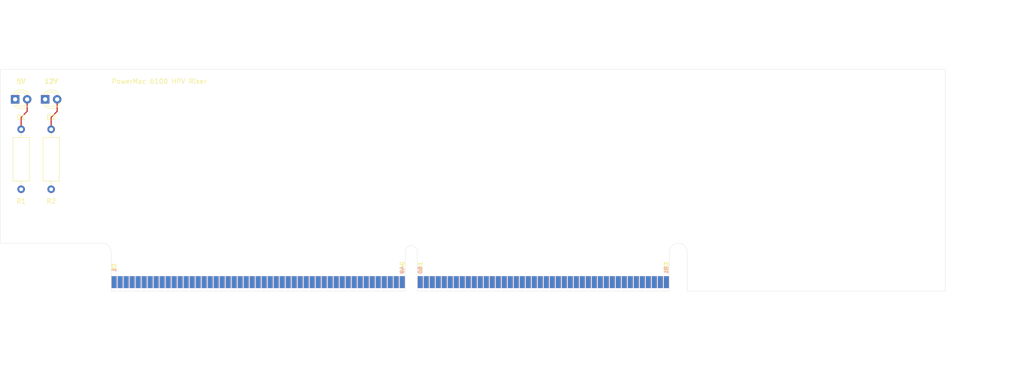
<source format=kicad_pcb>
(kicad_pcb (version 20171130) (host pcbnew "(5.1.5-0-10_14)")

  (general
    (thickness 1.6)
    (drawings 21)
    (tracks 6)
    (zones 0)
    (modules 5)
    (nets 6)
  )

  (page A4)
  (layers
    (0 F.Cu signal)
    (31 B.Cu signal)
    (34 B.Paste user)
    (35 F.Paste user)
    (36 B.SilkS user)
    (37 F.SilkS user)
    (38 B.Mask user)
    (39 F.Mask user)
    (40 Dwgs.User user)
    (44 Edge.Cuts user)
    (45 Margin user)
    (46 B.CrtYd user)
    (47 F.CrtYd user)
    (48 B.Fab user)
    (49 F.Fab user)
  )

  (setup
    (last_trace_width 0.25)
    (trace_clearance 0.2)
    (zone_clearance 0.508)
    (zone_45_only no)
    (trace_min 0.2)
    (via_size 0.8)
    (via_drill 0.4)
    (via_min_size 0.4)
    (via_min_drill 0.3)
    (uvia_size 0.3)
    (uvia_drill 0.1)
    (uvias_allowed no)
    (uvia_min_size 0.2)
    (uvia_min_drill 0.1)
    (edge_width 0.05)
    (segment_width 0.2)
    (pcb_text_width 0.3)
    (pcb_text_size 1.5 1.5)
    (mod_edge_width 0.12)
    (mod_text_size 1 1)
    (mod_text_width 0.15)
    (pad_size 1.524 1.524)
    (pad_drill 0.762)
    (pad_to_mask_clearance 0.051)
    (solder_mask_min_width 0.25)
    (aux_axis_origin 0 0)
    (visible_elements FFFFFF7F)
    (pcbplotparams
      (layerselection 0x010fc_ffffffff)
      (usegerberextensions false)
      (usegerberattributes true)
      (usegerberadvancedattributes false)
      (creategerberjobfile false)
      (excludeedgelayer true)
      (linewidth 0.100000)
      (plotframeref false)
      (viasonmask false)
      (mode 1)
      (useauxorigin false)
      (hpglpennumber 1)
      (hpglpenspeed 20)
      (hpglpendiameter 15.000000)
      (psnegative false)
      (psa4output false)
      (plotreference true)
      (plotvalue true)
      (plotinvisibletext false)
      (padsonsilk false)
      (subtractmaskfromsilk false)
      (outputformat 1)
      (mirror false)
      (drillshape 0)
      (scaleselection 1)
      (outputdirectory "./"))
  )

  (net 0 "")
  (net 1 +5V)
  (net 2 GND)
  (net 3 +12V)
  (net 4 "Net-(D1-Pad2)")
  (net 5 "Net-(D2-Pad2)")

  (net_class Default "Ceci est la Netclass par défaut."
    (clearance 0.2)
    (trace_width 0.25)
    (via_dia 0.8)
    (via_drill 0.4)
    (uvia_dia 0.3)
    (uvia_drill 0.1)
    (add_net +12V)
    (add_net +5V)
    (add_net GND)
    (add_net "Net-(D1-Pad2)")
    (add_net "Net-(D2-Pad2)")
  )

  (net_class GND ""
    (clearance 0.2)
    (trace_width 1)
    (via_dia 0.8)
    (via_drill 0.4)
    (uvia_dia 0.3)
    (uvia_drill 0.1)
  )

  (module Connector_Apple:PowerMac_PDS (layer F.Cu) (tedit 5EB1EDAE) (tstamp 5EB24349)
    (at 135.255 95.885)
    (path /5EB69B9C)
    (fp_text reference J1 (at 0 -5.08) (layer F.SilkS) hide
      (effects (font (size 1 1) (thickness 0.15)))
    )
    (fp_text value PowerMac_PDS (at -9.525 -3.04) (layer F.Fab)
      (effects (font (size 1 1) (thickness 0.15)))
    )
    (fp_text user 91 (at 58.42 -2.54 90) (layer B.SilkS)
      (effects (font (size 0.8 0.8) (thickness 0.2)) (justify mirror))
    )
    (fp_text user 50 (at 6.35 -2.54 90) (layer B.SilkS)
      (effects (font (size 0.8 0.8) (thickness 0.2)) (justify mirror))
    )
    (fp_text user 49 (at 2.54 -2.54 90) (layer B.SilkS)
      (effects (font (size 0.8 0.8) (thickness 0.2)) (justify mirror))
    )
    (fp_text user 1 (at -58.42 -2.54 90) (layer B.SilkS)
      (effects (font (size 0.8 0.8) (thickness 0.2)) (justify mirror))
    )
    (fp_text user 182 (at 58.42 -3.175 90) (layer F.SilkS)
      (effects (font (size 0.8 0.8) (thickness 0.2)))
    )
    (fp_text user 141 (at 6.35 -3.175 90) (layer F.SilkS)
      (effects (font (size 0.8 0.8) (thickness 0.2)))
    )
    (fp_text user 140 (at 2.54 -3.175 90) (layer F.SilkS)
      (effects (font (size 0.8 0.8) (thickness 0.2)))
    )
    (fp_text user 92 (at -58.42 -3.175 90) (layer F.SilkS)
      (effects (font (size 0.8 0.8) (thickness 0.2)))
    )
    (pad 91 connect rect (at 58.42 0) (size 1.04 2.54) (layers B.Cu B.Mask)
      (net 1 +5V))
    (pad 90 connect rect (at 57.15 0) (size 1.04 2.54) (layers B.Cu B.Mask)
      (net 2 GND))
    (pad 89 connect rect (at 55.88 0) (size 1.04 2.54) (layers B.Cu B.Mask))
    (pad 88 connect rect (at 54.61 0) (size 1.04 2.54) (layers B.Cu B.Mask)
      (net 2 GND))
    (pad 87 connect rect (at 53.34 0) (size 1.04 2.54) (layers B.Cu B.Mask))
    (pad 86 connect rect (at 52.07 0) (size 1.04 2.54) (layers B.Cu B.Mask)
      (net 1 +5V))
    (pad 85 connect rect (at 50.8 0) (size 1.04 2.54) (layers B.Cu B.Mask)
      (net 2 GND))
    (pad 84 connect rect (at 49.53 0) (size 1.04 2.54) (layers B.Cu B.Mask))
    (pad 83 connect rect (at 48.26 0) (size 1.04 2.54) (layers B.Cu B.Mask))
    (pad 82 connect rect (at 46.99 0) (size 1.04 2.54) (layers B.Cu B.Mask))
    (pad 81 connect rect (at 45.72 0) (size 1.04 2.54) (layers B.Cu B.Mask))
    (pad 80 connect rect (at 44.45 0) (size 1.04 2.54) (layers B.Cu B.Mask)
      (net 2 GND))
    (pad 79 connect rect (at 43.18 0) (size 1.04 2.54) (layers B.Cu B.Mask))
    (pad 78 connect rect (at 41.91 0) (size 1.04 2.54) (layers B.Cu B.Mask))
    (pad 77 connect rect (at 40.64 0) (size 1.04 2.54) (layers B.Cu B.Mask))
    (pad 76 connect rect (at 39.37 0) (size 1.04 2.54) (layers B.Cu B.Mask))
    (pad 75 connect rect (at 38.1 0) (size 1.04 2.54) (layers B.Cu B.Mask)
      (net 1 +5V))
    (pad 74 connect rect (at 36.83 0) (size 1.04 2.54) (layers B.Cu B.Mask))
    (pad 73 connect rect (at 35.56 0) (size 1.04 2.54) (layers B.Cu B.Mask))
    (pad 72 connect rect (at 34.29 0) (size 1.04 2.54) (layers B.Cu B.Mask))
    (pad 71 connect rect (at 33.02 0) (size 1.04 2.54) (layers B.Cu B.Mask))
    (pad 70 connect rect (at 31.75 0) (size 1.04 2.54) (layers B.Cu B.Mask))
    (pad 69 connect rect (at 30.48 0) (size 1.04 2.54) (layers B.Cu B.Mask)
      (net 2 GND))
    (pad 68 connect rect (at 29.21 0) (size 1.04 2.54) (layers B.Cu B.Mask))
    (pad 67 connect rect (at 27.94 0) (size 1.04 2.54) (layers B.Cu B.Mask))
    (pad 66 connect rect (at 26.67 0) (size 1.04 2.54) (layers B.Cu B.Mask))
    (pad 65 connect rect (at 25.4 0) (size 1.04 2.54) (layers B.Cu B.Mask))
    (pad 64 connect rect (at 24.13 0) (size 1.04 2.54) (layers B.Cu B.Mask)
      (net 2 GND))
    (pad 63 connect rect (at 22.86 0) (size 1.04 2.54) (layers B.Cu B.Mask))
    (pad 62 connect rect (at 21.59 0) (size 1.04 2.54) (layers B.Cu B.Mask))
    (pad 61 connect rect (at 20.32 0) (size 1.04 2.54) (layers B.Cu B.Mask))
    (pad 60 connect rect (at 19.05 0) (size 1.04 2.54) (layers B.Cu B.Mask))
    (pad 59 connect rect (at 17.78 0) (size 1.04 2.54) (layers B.Cu B.Mask)
      (net 1 +5V))
    (pad 58 connect rect (at 16.51 0) (size 1.04 2.54) (layers B.Cu B.Mask))
    (pad 57 connect rect (at 15.24 0) (size 1.04 2.54) (layers B.Cu B.Mask))
    (pad 56 connect rect (at 13.97 0) (size 1.04 2.54) (layers B.Cu B.Mask))
    (pad 55 connect rect (at 12.7 0) (size 1.04 2.54) (layers B.Cu B.Mask))
    (pad 54 connect rect (at 11.43 0) (size 1.04 2.54) (layers B.Cu B.Mask))
    (pad 53 connect rect (at 10.16 0) (size 1.04 2.54) (layers B.Cu B.Mask))
    (pad 52 connect rect (at 8.89 0) (size 1.04 2.54) (layers B.Cu B.Mask))
    (pad 51 connect rect (at 7.62 0) (size 1.04 2.54) (layers B.Cu B.Mask))
    (pad 50 connect rect (at 6.35 0) (size 1.04 2.54) (layers B.Cu B.Mask)
      (net 2 GND))
    (pad 49 connect rect (at 2.54 0) (size 1.04 2.54) (layers B.Cu B.Mask))
    (pad 48 connect rect (at 1.27 0) (size 1.04 2.54) (layers B.Cu B.Mask))
    (pad 47 connect rect (at 0 0) (size 1.04 2.54) (layers B.Cu B.Mask))
    (pad 46 connect rect (at -1.27 0) (size 1.04 2.54) (layers B.Cu B.Mask))
    (pad 45 connect rect (at -2.54 0) (size 1.04 2.54) (layers B.Cu B.Mask)
      (net 1 +5V))
    (pad 44 connect rect (at -3.81 0) (size 1.04 2.54) (layers B.Cu B.Mask))
    (pad 43 connect rect (at -5.08 0) (size 1.04 2.54) (layers B.Cu B.Mask))
    (pad 42 connect rect (at -6.35 0) (size 1.04 2.54) (layers B.Cu B.Mask))
    (pad 41 connect rect (at -7.62 0) (size 1.04 2.54) (layers B.Cu B.Mask))
    (pad 40 connect rect (at -8.89 0) (size 1.04 2.54) (layers B.Cu B.Mask))
    (pad 39 connect rect (at -10.16 0) (size 1.04 2.54) (layers B.Cu B.Mask)
      (net 2 GND))
    (pad 38 connect rect (at -11.43 0) (size 1.04 2.54) (layers B.Cu B.Mask))
    (pad 37 connect rect (at -12.7 0) (size 1.04 2.54) (layers B.Cu B.Mask))
    (pad 36 connect rect (at -13.97 0) (size 1.04 2.54) (layers B.Cu B.Mask))
    (pad 35 connect rect (at -15.24 0) (size 1.04 2.54) (layers B.Cu B.Mask))
    (pad 34 connect rect (at -16.51 0) (size 1.04 2.54) (layers B.Cu B.Mask))
    (pad 33 connect rect (at -17.78 0) (size 1.04 2.54) (layers B.Cu B.Mask))
    (pad 32 connect rect (at -19.05 0) (size 1.04 2.54) (layers B.Cu B.Mask)
      (net 1 +5V))
    (pad 31 connect rect (at -20.32 0) (size 1.04 2.54) (layers B.Cu B.Mask))
    (pad 30 connect rect (at -21.59 0) (size 1.04 2.54) (layers B.Cu B.Mask))
    (pad 29 connect rect (at -22.86 0) (size 1.04 2.54) (layers B.Cu B.Mask))
    (pad 28 connect rect (at -24.13 0) (size 1.04 2.54) (layers B.Cu B.Mask))
    (pad 27 connect rect (at -25.4 0) (size 1.04 2.54) (layers B.Cu B.Mask)
      (net 2 GND))
    (pad 26 connect rect (at -26.67 0) (size 1.04 2.54) (layers B.Cu B.Mask))
    (pad 25 connect rect (at -27.94 0) (size 1.04 2.54) (layers B.Cu B.Mask))
    (pad 24 connect rect (at -29.21 0) (size 1.04 2.54) (layers B.Cu B.Mask))
    (pad 23 connect rect (at -30.48 0) (size 1.04 2.54) (layers B.Cu B.Mask))
    (pad 22 connect rect (at -31.75 0) (size 1.04 2.54) (layers B.Cu B.Mask)
      (net 2 GND))
    (pad 21 connect rect (at -33.02 0) (size 1.04 2.54) (layers B.Cu B.Mask))
    (pad 20 connect rect (at -34.29 0) (size 1.04 2.54) (layers B.Cu B.Mask))
    (pad 19 connect rect (at -35.56 0) (size 1.04 2.54) (layers B.Cu B.Mask))
    (pad 18 connect rect (at -36.83 0) (size 1.04 2.54) (layers B.Cu B.Mask))
    (pad 17 connect rect (at -38.1 0) (size 1.04 2.54) (layers B.Cu B.Mask))
    (pad 16 connect rect (at -39.37 0) (size 1.04 2.54) (layers B.Cu B.Mask)
      (net 1 +5V))
    (pad 15 connect rect (at -40.64 0) (size 1.04 2.54) (layers B.Cu B.Mask))
    (pad 14 connect rect (at -41.91 0) (size 1.04 2.54) (layers B.Cu B.Mask))
    (pad 13 connect rect (at -43.18 0) (size 1.04 2.54) (layers B.Cu B.Mask))
    (pad 12 connect rect (at -44.45 0) (size 1.04 2.54) (layers B.Cu B.Mask))
    (pad 11 connect rect (at -45.72 0) (size 1.04 2.54) (layers B.Cu B.Mask)
      (net 2 GND))
    (pad 10 connect rect (at -46.99 0) (size 1.04 2.54) (layers B.Cu B.Mask))
    (pad 9 connect rect (at -48.26 0) (size 1.04 2.54) (layers B.Cu B.Mask))
    (pad 8 connect rect (at -49.53 0) (size 1.04 2.54) (layers B.Cu B.Mask))
    (pad 7 connect rect (at -50.8 0) (size 1.04 2.54) (layers B.Cu B.Mask))
    (pad 6 connect rect (at -52.07 0) (size 1.04 2.54) (layers B.Cu B.Mask)
      (net 2 GND))
    (pad 5 connect rect (at -53.34 0) (size 1.04 2.54) (layers B.Cu B.Mask))
    (pad 4 connect rect (at -54.61 0) (size 1.04 2.54) (layers B.Cu B.Mask))
    (pad 3 connect rect (at -55.88 0) (size 1.04 2.54) (layers B.Cu B.Mask))
    (pad 2 connect rect (at -57.15 0) (size 1.04 2.54) (layers B.Cu B.Mask)
      (net 2 GND))
    (pad 1 connect rect (at -58.42 0) (size 1.04 2.54) (layers B.Cu B.Mask)
      (net 1 +5V))
    (pad 182 connect rect (at 58.42 0) (size 1.04 2.54) (layers F.Cu F.Mask)
      (net 1 +5V))
    (pad 181 connect rect (at 57.15 0) (size 1.04 2.54) (layers F.Cu F.Mask)
      (net 2 GND))
    (pad 180 connect rect (at 55.88 0) (size 1.04 2.54) (layers F.Cu F.Mask))
    (pad 179 connect rect (at 54.61 0) (size 1.04 2.54) (layers F.Cu F.Mask))
    (pad 178 connect rect (at 53.34 0) (size 1.04 2.54) (layers F.Cu F.Mask))
    (pad 177 connect rect (at 52.07 0) (size 1.04 2.54) (layers F.Cu F.Mask)
      (net 1 +5V))
    (pad 176 connect rect (at 50.8 0) (size 1.04 2.54) (layers F.Cu F.Mask)
      (net 2 GND))
    (pad 175 connect rect (at 49.53 0) (size 1.04 2.54) (layers F.Cu F.Mask))
    (pad 174 connect rect (at 48.26 0) (size 1.04 2.54) (layers F.Cu F.Mask))
    (pad 173 connect rect (at 46.99 0) (size 1.04 2.54) (layers F.Cu F.Mask))
    (pad 172 connect rect (at 45.72 0) (size 1.04 2.54) (layers F.Cu F.Mask))
    (pad 171 connect rect (at 44.45 0) (size 1.04 2.54) (layers F.Cu F.Mask)
      (net 2 GND))
    (pad 170 connect rect (at 43.18 0) (size 1.04 2.54) (layers F.Cu F.Mask))
    (pad 169 connect rect (at 41.91 0) (size 1.04 2.54) (layers F.Cu F.Mask))
    (pad 168 connect rect (at 40.64 0) (size 1.04 2.54) (layers F.Cu F.Mask))
    (pad 167 connect rect (at 39.37 0) (size 1.04 2.54) (layers F.Cu F.Mask))
    (pad 166 connect rect (at 38.1 0) (size 1.04 2.54) (layers F.Cu F.Mask)
      (net 1 +5V))
    (pad 165 connect rect (at 36.83 0) (size 1.04 2.54) (layers F.Cu F.Mask))
    (pad 164 connect rect (at 35.56 0) (size 1.04 2.54) (layers F.Cu F.Mask))
    (pad 163 connect rect (at 34.29 0) (size 1.04 2.54) (layers F.Cu F.Mask))
    (pad 162 connect rect (at 33.02 0) (size 1.04 2.54) (layers F.Cu F.Mask))
    (pad 161 connect rect (at 31.75 0) (size 1.04 2.54) (layers F.Cu F.Mask))
    (pad 160 connect rect (at 30.48 0) (size 1.04 2.54) (layers F.Cu F.Mask)
      (net 2 GND))
    (pad 159 connect rect (at 29.21 0) (size 1.04 2.54) (layers F.Cu F.Mask))
    (pad 158 connect rect (at 27.94 0) (size 1.04 2.54) (layers F.Cu F.Mask))
    (pad 157 connect rect (at 26.67 0) (size 1.04 2.54) (layers F.Cu F.Mask))
    (pad 156 connect rect (at 25.4 0) (size 1.04 2.54) (layers F.Cu F.Mask))
    (pad 155 connect rect (at 24.13 0) (size 1.04 2.54) (layers F.Cu F.Mask)
      (net 2 GND))
    (pad 154 connect rect (at 22.86 0) (size 1.04 2.54) (layers F.Cu F.Mask))
    (pad 153 connect rect (at 21.59 0) (size 1.04 2.54) (layers F.Cu F.Mask))
    (pad 152 connect rect (at 20.32 0) (size 1.04 2.54) (layers F.Cu F.Mask))
    (pad 151 connect rect (at 19.05 0) (size 1.04 2.54) (layers F.Cu F.Mask))
    (pad 150 connect rect (at 17.78 0) (size 1.04 2.54) (layers F.Cu F.Mask)
      (net 1 +5V))
    (pad 149 connect rect (at 16.51 0) (size 1.04 2.54) (layers F.Cu F.Mask))
    (pad 148 connect rect (at 15.24 0) (size 1.04 2.54) (layers F.Cu F.Mask))
    (pad 147 connect rect (at 13.97 0) (size 1.04 2.54) (layers F.Cu F.Mask))
    (pad 146 connect rect (at 12.7 0) (size 1.04 2.54) (layers F.Cu F.Mask))
    (pad 145 connect rect (at 11.43 0) (size 1.04 2.54) (layers F.Cu F.Mask))
    (pad 144 connect rect (at 10.16 0) (size 1.04 2.54) (layers F.Cu F.Mask))
    (pad 143 connect rect (at 8.89 0) (size 1.04 2.54) (layers F.Cu F.Mask))
    (pad 142 connect rect (at 7.62 0) (size 1.04 2.54) (layers F.Cu F.Mask))
    (pad 141 connect rect (at 6.35 0) (size 1.04 2.54) (layers F.Cu F.Mask)
      (net 2 GND))
    (pad 140 connect rect (at 2.54 0) (size 1.04 2.54) (layers F.Cu F.Mask))
    (pad 139 connect rect (at 1.27 0) (size 1.04 2.54) (layers F.Cu F.Mask))
    (pad 138 connect rect (at 0 0) (size 1.04 2.54) (layers F.Cu F.Mask))
    (pad 137 connect rect (at -1.27 0) (size 1.04 2.54) (layers F.Cu F.Mask))
    (pad 136 connect rect (at -2.54 0) (size 1.04 2.54) (layers F.Cu F.Mask)
      (net 1 +5V))
    (pad 135 connect rect (at -3.81 0) (size 1.04 2.54) (layers F.Cu F.Mask))
    (pad 134 connect rect (at -5.08 0) (size 1.04 2.54) (layers F.Cu F.Mask))
    (pad 133 connect rect (at -6.35 0) (size 1.04 2.54) (layers F.Cu F.Mask))
    (pad 132 connect rect (at -7.62 0) (size 1.04 2.54) (layers F.Cu F.Mask))
    (pad 131 connect rect (at -8.89 0) (size 1.04 2.54) (layers F.Cu F.Mask))
    (pad 130 connect rect (at -10.16 0) (size 1.04 2.54) (layers F.Cu F.Mask)
      (net 2 GND))
    (pad 129 connect rect (at -11.43 0) (size 1.04 2.54) (layers F.Cu F.Mask))
    (pad 128 connect rect (at -12.7 0) (size 1.04 2.54) (layers F.Cu F.Mask))
    (pad 127 connect rect (at -13.97 0) (size 1.04 2.54) (layers F.Cu F.Mask))
    (pad 126 connect rect (at -15.24 0) (size 1.04 2.54) (layers F.Cu F.Mask))
    (pad 125 connect rect (at -16.51 0) (size 1.04 2.54) (layers F.Cu F.Mask))
    (pad 124 connect rect (at -17.78 0) (size 1.04 2.54) (layers F.Cu F.Mask))
    (pad 123 connect rect (at -19.05 0) (size 1.04 2.54) (layers F.Cu F.Mask)
      (net 1 +5V))
    (pad 122 connect rect (at -20.32 0) (size 1.04 2.54) (layers F.Cu F.Mask))
    (pad 121 connect rect (at -21.59 0) (size 1.04 2.54) (layers F.Cu F.Mask))
    (pad 120 connect rect (at -22.86 0) (size 1.04 2.54) (layers F.Cu F.Mask))
    (pad 119 connect rect (at -24.13 0) (size 1.04 2.54) (layers F.Cu F.Mask))
    (pad 118 connect rect (at -25.4 0) (size 1.04 2.54) (layers F.Cu F.Mask)
      (net 2 GND))
    (pad 117 connect rect (at -26.67 0) (size 1.04 2.54) (layers F.Cu F.Mask))
    (pad 116 connect rect (at -27.94 0) (size 1.04 2.54) (layers F.Cu F.Mask))
    (pad 115 connect rect (at -29.21 0) (size 1.04 2.54) (layers F.Cu F.Mask))
    (pad 114 connect rect (at -30.48 0) (size 1.04 2.54) (layers F.Cu F.Mask))
    (pad 113 connect rect (at -31.75 0) (size 1.04 2.54) (layers F.Cu F.Mask)
      (net 2 GND))
    (pad 112 connect rect (at -33.02 0) (size 1.04 2.54) (layers F.Cu F.Mask))
    (pad 111 connect rect (at -34.29 0) (size 1.04 2.54) (layers F.Cu F.Mask))
    (pad 110 connect rect (at -35.56 0) (size 1.04 2.54) (layers F.Cu F.Mask))
    (pad 109 connect rect (at -36.83 0) (size 1.04 2.54) (layers F.Cu F.Mask))
    (pad 108 connect rect (at -38.1 0) (size 1.04 2.54) (layers F.Cu F.Mask))
    (pad 107 connect rect (at -39.37 0) (size 1.04 2.54) (layers F.Cu F.Mask)
      (net 1 +5V))
    (pad 106 connect rect (at -40.64 0) (size 1.04 2.54) (layers F.Cu F.Mask))
    (pad 105 connect rect (at -41.91 0) (size 1.04 2.54) (layers F.Cu F.Mask))
    (pad 104 connect rect (at -43.18 0) (size 1.04 2.54) (layers F.Cu F.Mask))
    (pad 103 connect rect (at -44.45 0) (size 1.04 2.54) (layers F.Cu F.Mask))
    (pad 102 connect rect (at -45.72 0) (size 1.04 2.54) (layers F.Cu F.Mask)
      (net 2 GND))
    (pad 101 connect rect (at -46.99 0) (size 1.04 2.54) (layers F.Cu F.Mask))
    (pad 100 connect rect (at -48.26 0) (size 1.04 2.54) (layers F.Cu F.Mask))
    (pad 99 connect rect (at -49.53 0) (size 1.04 2.54) (layers F.Cu F.Mask))
    (pad 98 connect rect (at -50.8 0) (size 1.04 2.54) (layers F.Cu F.Mask))
    (pad 97 connect rect (at -52.07 0) (size 1.04 2.54) (layers F.Cu F.Mask)
      (net 2 GND))
    (pad 96 connect rect (at -53.34 0) (size 1.04 2.54) (layers F.Cu F.Mask))
    (pad 95 connect rect (at -54.61 0) (size 1.04 2.54) (layers F.Cu F.Mask)
      (net 3 +12V))
    (pad 94 connect rect (at -55.88 0) (size 1.04 2.54) (layers F.Cu F.Mask)
      (net 3 +12V))
    (pad 93 connect rect (at -57.15 0) (size 1.04 2.54) (layers F.Cu F.Mask)
      (net 2 GND))
    (pad 92 connect rect (at -58.42 0) (size 1.04 2.54) (layers F.Cu F.Mask)
      (net 1 +5V))
  )

  (module LED_THT:LED_D3.0mm (layer F.Cu) (tedit 587A3A7B) (tstamp 5EB250A8)
    (at 55.88 57.15)
    (descr "LED, diameter 3.0mm, 2 pins")
    (tags "LED diameter 3.0mm 2 pins")
    (path /5EB27901)
    (fp_text reference D1 (at 1.27 3.81) (layer F.SilkS)
      (effects (font (size 1 1) (thickness 0.15)))
    )
    (fp_text value "LED 5V" (at 1.27 2.96) (layer F.Fab)
      (effects (font (size 1 1) (thickness 0.15)))
    )
    (fp_line (start 3.7 -2.25) (end -1.15 -2.25) (layer F.CrtYd) (width 0.05))
    (fp_line (start 3.7 2.25) (end 3.7 -2.25) (layer F.CrtYd) (width 0.05))
    (fp_line (start -1.15 2.25) (end 3.7 2.25) (layer F.CrtYd) (width 0.05))
    (fp_line (start -1.15 -2.25) (end -1.15 2.25) (layer F.CrtYd) (width 0.05))
    (fp_line (start -0.29 1.08) (end -0.29 1.236) (layer F.SilkS) (width 0.12))
    (fp_line (start -0.29 -1.236) (end -0.29 -1.08) (layer F.SilkS) (width 0.12))
    (fp_line (start -0.23 -1.16619) (end -0.23 1.16619) (layer F.Fab) (width 0.1))
    (fp_circle (center 1.27 0) (end 2.77 0) (layer F.Fab) (width 0.1))
    (fp_arc (start 1.27 0) (end 0.229039 1.08) (angle -87.9) (layer F.SilkS) (width 0.12))
    (fp_arc (start 1.27 0) (end 0.229039 -1.08) (angle 87.9) (layer F.SilkS) (width 0.12))
    (fp_arc (start 1.27 0) (end -0.29 1.235516) (angle -108.8) (layer F.SilkS) (width 0.12))
    (fp_arc (start 1.27 0) (end -0.29 -1.235516) (angle 108.8) (layer F.SilkS) (width 0.12))
    (fp_arc (start 1.27 0) (end -0.23 -1.16619) (angle 284.3) (layer F.Fab) (width 0.1))
    (pad 2 thru_hole circle (at 2.54 0) (size 1.8 1.8) (drill 0.9) (layers *.Cu *.Mask)
      (net 4 "Net-(D1-Pad2)"))
    (pad 1 thru_hole rect (at 0 0) (size 1.8 1.8) (drill 0.9) (layers *.Cu *.Mask)
      (net 2 GND))
    (model ${KISYS3DMOD}/LED_THT.3dshapes/LED_D3.0mm.wrl
      (at (xyz 0 0 0))
      (scale (xyz 1 1 1))
      (rotate (xyz 0 0 0))
    )
  )

  (module LED_THT:LED_D3.0mm (layer F.Cu) (tedit 587A3A7B) (tstamp 5EB24F90)
    (at 62.23 57.15)
    (descr "LED, diameter 3.0mm, 2 pins")
    (tags "LED diameter 3.0mm 2 pins")
    (path /5EB2FEF5)
    (fp_text reference D2 (at 1.27 3.81) (layer F.SilkS)
      (effects (font (size 1 1) (thickness 0.15)))
    )
    (fp_text value "LED 12V" (at 1.27 2.96) (layer F.Fab)
      (effects (font (size 1 1) (thickness 0.15)))
    )
    (fp_line (start 3.7 -2.25) (end -1.15 -2.25) (layer F.CrtYd) (width 0.05))
    (fp_line (start 3.7 2.25) (end 3.7 -2.25) (layer F.CrtYd) (width 0.05))
    (fp_line (start -1.15 2.25) (end 3.7 2.25) (layer F.CrtYd) (width 0.05))
    (fp_line (start -1.15 -2.25) (end -1.15 2.25) (layer F.CrtYd) (width 0.05))
    (fp_line (start -0.29 1.08) (end -0.29 1.236) (layer F.SilkS) (width 0.12))
    (fp_line (start -0.29 -1.236) (end -0.29 -1.08) (layer F.SilkS) (width 0.12))
    (fp_line (start -0.23 -1.16619) (end -0.23 1.16619) (layer F.Fab) (width 0.1))
    (fp_circle (center 1.27 0) (end 2.77 0) (layer F.Fab) (width 0.1))
    (fp_arc (start 1.27 0) (end 0.229039 1.08) (angle -87.9) (layer F.SilkS) (width 0.12))
    (fp_arc (start 1.27 0) (end 0.229039 -1.08) (angle 87.9) (layer F.SilkS) (width 0.12))
    (fp_arc (start 1.27 0) (end -0.29 1.235516) (angle -108.8) (layer F.SilkS) (width 0.12))
    (fp_arc (start 1.27 0) (end -0.29 -1.235516) (angle 108.8) (layer F.SilkS) (width 0.12))
    (fp_arc (start 1.27 0) (end -0.23 -1.16619) (angle 284.3) (layer F.Fab) (width 0.1))
    (pad 2 thru_hole circle (at 2.54 0) (size 1.8 1.8) (drill 0.9) (layers *.Cu *.Mask)
      (net 5 "Net-(D2-Pad2)"))
    (pad 1 thru_hole rect (at 0 0) (size 1.8 1.8) (drill 0.9) (layers *.Cu *.Mask)
      (net 2 GND))
    (model ${KISYS3DMOD}/LED_THT.3dshapes/LED_D3.0mm.wrl
      (at (xyz 0 0 0))
      (scale (xyz 1 1 1))
      (rotate (xyz 0 0 0))
    )
  )

  (module Resistor_THT:R_Axial_DIN0309_L9.0mm_D3.2mm_P12.70mm_Horizontal (layer F.Cu) (tedit 5AE5139B) (tstamp 5EB253FB)
    (at 57.15 63.5 270)
    (descr "Resistor, Axial_DIN0309 series, Axial, Horizontal, pin pitch=12.7mm, 0.5W = 1/2W, length*diameter=9*3.2mm^2, http://cdn-reichelt.de/documents/datenblatt/B400/1_4W%23YAG.pdf")
    (tags "Resistor Axial_DIN0309 series Axial Horizontal pin pitch 12.7mm 0.5W = 1/2W length 9mm diameter 3.2mm")
    (path /5EB29399)
    (fp_text reference R1 (at 15.24 0 180) (layer F.SilkS)
      (effects (font (size 1 1) (thickness 0.15)))
    )
    (fp_text value 300Ω (at 6.35 2.72 90) (layer F.Fab)
      (effects (font (size 1 1) (thickness 0.15)))
    )
    (fp_text user %R (at 6.35 0 90) (layer F.Fab)
      (effects (font (size 1 1) (thickness 0.15)))
    )
    (fp_line (start 13.75 -1.85) (end -1.05 -1.85) (layer F.CrtYd) (width 0.05))
    (fp_line (start 13.75 1.85) (end 13.75 -1.85) (layer F.CrtYd) (width 0.05))
    (fp_line (start -1.05 1.85) (end 13.75 1.85) (layer F.CrtYd) (width 0.05))
    (fp_line (start -1.05 -1.85) (end -1.05 1.85) (layer F.CrtYd) (width 0.05))
    (fp_line (start 11.66 0) (end 10.97 0) (layer F.SilkS) (width 0.12))
    (fp_line (start 1.04 0) (end 1.73 0) (layer F.SilkS) (width 0.12))
    (fp_line (start 10.97 -1.72) (end 1.73 -1.72) (layer F.SilkS) (width 0.12))
    (fp_line (start 10.97 1.72) (end 10.97 -1.72) (layer F.SilkS) (width 0.12))
    (fp_line (start 1.73 1.72) (end 10.97 1.72) (layer F.SilkS) (width 0.12))
    (fp_line (start 1.73 -1.72) (end 1.73 1.72) (layer F.SilkS) (width 0.12))
    (fp_line (start 12.7 0) (end 10.85 0) (layer F.Fab) (width 0.1))
    (fp_line (start 0 0) (end 1.85 0) (layer F.Fab) (width 0.1))
    (fp_line (start 10.85 -1.6) (end 1.85 -1.6) (layer F.Fab) (width 0.1))
    (fp_line (start 10.85 1.6) (end 10.85 -1.6) (layer F.Fab) (width 0.1))
    (fp_line (start 1.85 1.6) (end 10.85 1.6) (layer F.Fab) (width 0.1))
    (fp_line (start 1.85 -1.6) (end 1.85 1.6) (layer F.Fab) (width 0.1))
    (pad 2 thru_hole oval (at 12.7 0 270) (size 1.6 1.6) (drill 0.8) (layers *.Cu *.Mask)
      (net 1 +5V))
    (pad 1 thru_hole circle (at 0 0 270) (size 1.6 1.6) (drill 0.8) (layers *.Cu *.Mask)
      (net 4 "Net-(D1-Pad2)"))
    (model ${KISYS3DMOD}/Resistor_THT.3dshapes/R_Axial_DIN0309_L9.0mm_D3.2mm_P12.70mm_Horizontal.wrl
      (at (xyz 0 0 0))
      (scale (xyz 1 1 1))
      (rotate (xyz 0 0 0))
    )
  )

  (module Resistor_THT:R_Axial_DIN0309_L9.0mm_D3.2mm_P12.70mm_Horizontal (layer F.Cu) (tedit 5AE5139B) (tstamp 5EB25411)
    (at 63.5 63.5 270)
    (descr "Resistor, Axial_DIN0309 series, Axial, Horizontal, pin pitch=12.7mm, 0.5W = 1/2W, length*diameter=9*3.2mm^2, http://cdn-reichelt.de/documents/datenblatt/B400/1_4W%23YAG.pdf")
    (tags "Resistor Axial_DIN0309 series Axial Horizontal pin pitch 12.7mm 0.5W = 1/2W length 9mm diameter 3.2mm")
    (path /5EB2FEFF)
    (fp_text reference R2 (at 15.24 0 180) (layer F.SilkS)
      (effects (font (size 1 1) (thickness 0.15)))
    )
    (fp_text value 1000Ω (at 6.35 2.72 90) (layer F.Fab)
      (effects (font (size 1 1) (thickness 0.15)))
    )
    (fp_text user %R (at 6.35 0 90) (layer F.Fab)
      (effects (font (size 1 1) (thickness 0.15)))
    )
    (fp_line (start 13.75 -1.85) (end -1.05 -1.85) (layer F.CrtYd) (width 0.05))
    (fp_line (start 13.75 1.85) (end 13.75 -1.85) (layer F.CrtYd) (width 0.05))
    (fp_line (start -1.05 1.85) (end 13.75 1.85) (layer F.CrtYd) (width 0.05))
    (fp_line (start -1.05 -1.85) (end -1.05 1.85) (layer F.CrtYd) (width 0.05))
    (fp_line (start 11.66 0) (end 10.97 0) (layer F.SilkS) (width 0.12))
    (fp_line (start 1.04 0) (end 1.73 0) (layer F.SilkS) (width 0.12))
    (fp_line (start 10.97 -1.72) (end 1.73 -1.72) (layer F.SilkS) (width 0.12))
    (fp_line (start 10.97 1.72) (end 10.97 -1.72) (layer F.SilkS) (width 0.12))
    (fp_line (start 1.73 1.72) (end 10.97 1.72) (layer F.SilkS) (width 0.12))
    (fp_line (start 1.73 -1.72) (end 1.73 1.72) (layer F.SilkS) (width 0.12))
    (fp_line (start 12.7 0) (end 10.85 0) (layer F.Fab) (width 0.1))
    (fp_line (start 0 0) (end 1.85 0) (layer F.Fab) (width 0.1))
    (fp_line (start 10.85 -1.6) (end 1.85 -1.6) (layer F.Fab) (width 0.1))
    (fp_line (start 10.85 1.6) (end 10.85 -1.6) (layer F.Fab) (width 0.1))
    (fp_line (start 1.85 1.6) (end 10.85 1.6) (layer F.Fab) (width 0.1))
    (fp_line (start 1.85 -1.6) (end 1.85 1.6) (layer F.Fab) (width 0.1))
    (pad 2 thru_hole oval (at 12.7 0 270) (size 1.6 1.6) (drill 0.8) (layers *.Cu *.Mask)
      (net 3 +12V))
    (pad 1 thru_hole circle (at 0 0 270) (size 1.6 1.6) (drill 0.8) (layers *.Cu *.Mask)
      (net 5 "Net-(D2-Pad2)"))
    (model ${KISYS3DMOD}/Resistor_THT.3dshapes/R_Axial_DIN0309_L9.0mm_D3.2mm_P12.70mm_Horizontal.wrl
      (at (xyz 0 0 0))
      (scale (xyz 1 1 1))
      (rotate (xyz 0 0 0))
    )
  )

  (gr_line (start 52.73 50.8) (end 52.73 87.63) (layer Edge.Cuts) (width 0.05) (tstamp 5EB26C7D))
  (gr_text "PowerMac 6100 HPV Riser" (at 86.36 53.34) (layer F.SilkS)
    (effects (font (size 1 1) (thickness 0.15)))
  )
  (gr_text 12V (at 63.5 53.34) (layer F.SilkS)
    (effects (font (size 1 1) (thickness 0.2)))
  )
  (gr_text 5V (at 57.15 53.34) (layer F.SilkS)
    (effects (font (size 1 1) (thickness 0.2)))
  )
  (gr_line (start 252.7 50.8) (end 252.73 97.79) (layer Edge.Cuts) (width 0.05) (tstamp 5EB1ACA9))
  (dimension 46.99 (width 0.05) (layer F.CrtYd)
    (gr_text "46.990 mm" (at 267.9 74.295 90) (layer F.CrtYd)
      (effects (font (size 1 1) (thickness 0.15)))
    )
    (feature1 (pts (xy 252.73 50.8) (xy 267.286421 50.8)))
    (feature2 (pts (xy 252.73 97.79) (xy 267.286421 97.79)))
    (crossbar (pts (xy 266.7 97.79) (xy 266.7 50.8)))
    (arrow1a (pts (xy 266.7 50.8) (xy 267.286421 51.926504)))
    (arrow1b (pts (xy 266.7 50.8) (xy 266.113579 51.926504)))
    (arrow2a (pts (xy 266.7 97.79) (xy 267.286421 96.663496)))
    (arrow2b (pts (xy 266.7 97.79) (xy 266.113579 96.663496)))
  )
  (dimension 54.61 (width 0.05) (layer F.CrtYd)
    (gr_text "54.610 mm" (at 225.425 115.5) (layer F.CrtYd)
      (effects (font (size 1 1) (thickness 0.15)))
    )
    (feature1 (pts (xy 252.73 97.79) (xy 252.73 114.886421)))
    (feature2 (pts (xy 198.12 97.79) (xy 198.12 114.886421)))
    (crossbar (pts (xy 198.12 114.3) (xy 252.73 114.3)))
    (arrow1a (pts (xy 252.73 114.3) (xy 251.603496 114.886421)))
    (arrow1b (pts (xy 252.73 114.3) (xy 251.603496 113.713579)))
    (arrow2a (pts (xy 198.12 114.3) (xy 199.246504 114.886421)))
    (arrow2b (pts (xy 198.12 114.3) (xy 199.246504 113.713579)))
  )
  (dimension 200 (width 0.05) (layer F.CrtYd)
    (gr_text "200.000 mm" (at 152.7 36.9) (layer F.CrtYd)
      (effects (font (size 1 1) (thickness 0.15)))
    )
    (feature1 (pts (xy 52.7 50.8) (xy 52.7 37.513579)))
    (feature2 (pts (xy 252.7 50.8) (xy 252.7 37.513579)))
    (crossbar (pts (xy 252.7 38.1) (xy 52.7 38.1)))
    (arrow1a (pts (xy 52.7 38.1) (xy 53.826504 37.513579)))
    (arrow1b (pts (xy 52.7 38.1) (xy 53.826504 38.686421)))
    (arrow2a (pts (xy 252.7 38.1) (xy 251.573496 37.513579)))
    (arrow2b (pts (xy 252.7 38.1) (xy 251.573496 38.686421)))
  )
  (gr_line (start 74.295 87.635) (end 52.73 87.63) (layer Edge.Cuts) (width 0.05) (tstamp 5EB1ABEC))
  (gr_arc (start 74.295 89.535) (end 76.195 89.535) (angle -90) (layer Edge.Cuts) (width 0.05) (tstamp 5EB1AB4D))
  (gr_line (start 76.195 89.535) (end 76.2 97.79) (layer Edge.Cuts) (width 0.05) (tstamp 5EB1AB4C))
  (gr_line (start 138.43 97.79) (end 138.43 89.408) (layer Edge.Cuts) (width 0.05) (tstamp 5EB1AB1D))
  (gr_line (start 138.43 97.79) (end 76.2 97.79) (layer Edge.Cuts) (width 0.05))
  (gr_line (start 140.97 97.79) (end 140.97 89.408) (layer Edge.Cuts) (width 0.05) (tstamp 5EB1AA5A))
  (gr_arc (start 139.7 89.408) (end 140.97 89.408) (angle -180) (layer Edge.Cuts) (width 0.05))
  (gr_line (start 194.315 89.535) (end 194.31 97.79) (layer Edge.Cuts) (width 0.05) (tstamp 5EB1A9E3))
  (gr_line (start 140.97 97.79) (end 194.31 97.79) (layer Edge.Cuts) (width 0.05) (tstamp 5EB1A9B1))
  (gr_line (start 198.115 89.535) (end 198.12 97.79) (layer Edge.Cuts) (width 0.05) (tstamp 5EB1A921))
  (gr_arc (start 196.215 89.535) (end 198.115 89.535) (angle -180) (layer Edge.Cuts) (width 0.05))
  (gr_line (start 252.73 97.79) (end 198.12 97.79) (layer Edge.Cuts) (width 0.05))
  (gr_line (start 52.73 50.8) (end 252.7 50.8) (layer Edge.Cuts) (width 0.05))

  (segment (start 57.15 63.5) (end 57.15 60.96) (width 0.25) (layer F.Cu) (net 4))
  (segment (start 57.15 60.96) (end 58.42 59.69) (width 0.25) (layer F.Cu) (net 4))
  (segment (start 58.42 59.69) (end 58.42 57.15) (width 0.25) (layer F.Cu) (net 4))
  (segment (start 63.5 63.5) (end 63.5 60.96) (width 0.25) (layer F.Cu) (net 5))
  (segment (start 64.77 59.69) (end 64.77 57.15) (width 0.25) (layer F.Cu) (net 5))
  (segment (start 63.5 60.96) (end 64.77 59.69) (width 0.25) (layer F.Cu) (net 5))

)

</source>
